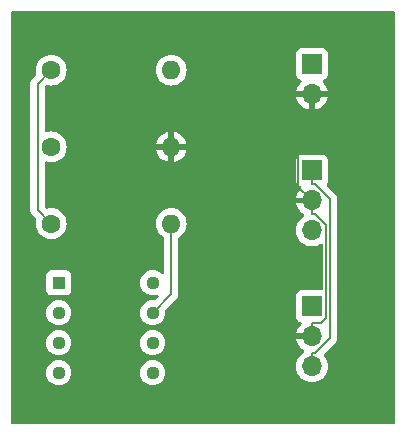
<source format=gbr>
%TF.GenerationSoftware,KiCad,Pcbnew,8.0.8*%
%TF.CreationDate,2025-02-03T10:46:48-05:00*%
%TF.ProjectId,CurrentDriverBoard,43757272-656e-4744-9472-69766572426f,rev?*%
%TF.SameCoordinates,Original*%
%TF.FileFunction,Copper,L1,Top*%
%TF.FilePolarity,Positive*%
%FSLAX46Y46*%
G04 Gerber Fmt 4.6, Leading zero omitted, Abs format (unit mm)*
G04 Created by KiCad (PCBNEW 8.0.8) date 2025-02-03 10:46:48*
%MOMM*%
%LPD*%
G01*
G04 APERTURE LIST*
%TA.AperFunction,ComponentPad*%
%ADD10R,1.700000X1.700000*%
%TD*%
%TA.AperFunction,ComponentPad*%
%ADD11O,1.700000X1.700000*%
%TD*%
%TA.AperFunction,ComponentPad*%
%ADD12C,1.600000*%
%TD*%
%TA.AperFunction,ComponentPad*%
%ADD13O,1.600000X1.600000*%
%TD*%
%TA.AperFunction,ComponentPad*%
%ADD14R,1.130000X1.130000*%
%TD*%
%TA.AperFunction,ComponentPad*%
%ADD15C,1.130000*%
%TD*%
%TA.AperFunction,Conductor*%
%ADD16C,0.200000*%
%TD*%
G04 APERTURE END LIST*
D10*
%TO.P,J1,1,Pin_1*%
%TO.N,Net-(J1-Pin_1)*%
X160500000Y-93000000D03*
D11*
%TO.P,J1,2,Pin_2*%
%TO.N,Earth*%
X160500000Y-95540000D03*
%TO.P,J1,3,Pin_3*%
%TO.N,Net-(J1-Pin_3)*%
X160500000Y-98080000D03*
%TD*%
D12*
%TO.P,R3,1*%
%TO.N,Net-(R1-Pad1)*%
X138420000Y-86000000D03*
D13*
%TO.P,R3,2*%
%TO.N,Net-(U1-+)*%
X148580000Y-86000000D03*
%TD*%
D12*
%TO.P,R2,1*%
%TO.N,Net-(J2-Pin_3)*%
X138420000Y-79500000D03*
D13*
%TO.P,R2,2*%
%TO.N,Earth*%
X148580000Y-79500000D03*
%TD*%
D10*
%TO.P,J2,1,Pin_1*%
%TO.N,Net-(J1-Pin_3)*%
X160500000Y-81500000D03*
D11*
%TO.P,J2,2,Pin_2*%
%TO.N,Earth*%
X160500000Y-84040000D03*
%TO.P,J2,3,Pin_3*%
%TO.N,Net-(J2-Pin_3)*%
X160500000Y-86580000D03*
%TD*%
D12*
%TO.P,R1,1*%
%TO.N,Net-(R1-Pad1)*%
X138420000Y-73000000D03*
D13*
%TO.P,R1,2*%
%TO.N,Net-(J3-Pin_1)*%
X148580000Y-73000000D03*
%TD*%
D10*
%TO.P,J3,1,Pin_1*%
%TO.N,Net-(J3-Pin_1)*%
X160500000Y-72500000D03*
D11*
%TO.P,J3,2,Pin_2*%
%TO.N,Earth*%
X160500000Y-75040000D03*
%TD*%
D14*
%TO.P,U1,1,NULL*%
%TO.N,unconnected-(U1-NULL-Pad1)*%
X139060000Y-91000000D03*
D15*
%TO.P,U1,2,-*%
%TO.N,Net-(J1-Pin_3)*%
X139060000Y-93540000D03*
%TO.P,U1,3,+*%
%TO.N,Net-(U1-+)*%
X139060000Y-96080000D03*
%TO.P,U1,4,V-*%
%TO.N,unconnected-(U1-V--Pad4)*%
X139060000Y-98620000D03*
%TO.P,U1,5,NULL*%
%TO.N,unconnected-(U1-NULL-Pad5)*%
X147000000Y-98620000D03*
%TO.P,U1,6*%
%TO.N,Net-(J1-Pin_1)*%
X147000000Y-96080000D03*
%TO.P,U1,7,V+*%
%TO.N,Net-(U1-+)*%
X147000000Y-93540000D03*
%TO.P,U1,8,NC*%
%TO.N,unconnected-(U1-NC-Pad8)*%
X147000000Y-91000000D03*
%TD*%
D16*
%TO.N,Net-(J1-Pin_3)*%
X160788000Y-96928300D02*
X162053000Y-95662800D01*
X162053000Y-83917100D02*
X160788000Y-82651700D01*
X160500000Y-82651700D02*
X160500000Y-81500000D01*
X162053000Y-95662800D02*
X162053000Y-83917100D01*
X160788000Y-82651700D02*
X160500000Y-82651700D01*
X160500000Y-98080000D02*
X160500000Y-96928300D01*
X160500000Y-96928300D02*
X160788000Y-96928300D01*
%TO.N,Earth*%
X160500000Y-94388300D02*
X160500000Y-95540000D01*
X160500000Y-75040000D02*
X160500000Y-76191700D01*
X160500000Y-76191700D02*
X159335000Y-77356300D01*
X159335000Y-82875400D02*
X160500000Y-84040000D01*
X160768000Y-85191700D02*
X161652000Y-86074900D01*
X160500000Y-84040000D02*
X160500000Y-85191700D01*
X161652000Y-94028400D02*
X161292000Y-94388300D01*
X161292000Y-94388300D02*
X160500000Y-94388300D01*
X160500000Y-85191700D02*
X160768000Y-85191700D01*
X159335000Y-77356300D02*
X159335000Y-82875400D01*
X161652000Y-86074900D02*
X161652000Y-94028400D01*
%TO.N,Net-(R1-Pad1)*%
X137262000Y-84842000D02*
X138420000Y-86000000D01*
X138420000Y-73000000D02*
X137262000Y-74158000D01*
X137262000Y-74158000D02*
X137262000Y-84842000D01*
%TO.N,Net-(U1-+)*%
X148580000Y-91960000D02*
X147000000Y-93540000D01*
X148580000Y-86000000D02*
X148580000Y-91960000D01*
%TD*%
%TA.AperFunction,Conductor*%
%TO.N,Earth*%
G36*
X167442539Y-68020185D02*
G01*
X167488294Y-68072989D01*
X167499500Y-68124500D01*
X167499500Y-102875500D01*
X167479815Y-102942539D01*
X167427011Y-102988294D01*
X167375500Y-102999500D01*
X135124500Y-102999500D01*
X135057461Y-102979815D01*
X135011706Y-102927011D01*
X135000500Y-102875500D01*
X135000500Y-98620000D01*
X137989345Y-98620000D01*
X138009917Y-98828876D01*
X138070844Y-99029723D01*
X138169779Y-99214818D01*
X138169783Y-99214825D01*
X138302932Y-99377067D01*
X138465174Y-99510216D01*
X138465181Y-99510220D01*
X138650276Y-99609155D01*
X138650278Y-99609156D01*
X138851126Y-99670083D01*
X139060000Y-99690655D01*
X139268874Y-99670083D01*
X139469722Y-99609156D01*
X139654824Y-99510217D01*
X139817067Y-99377067D01*
X139950217Y-99214824D01*
X140049156Y-99029722D01*
X140110083Y-98828874D01*
X140130655Y-98620000D01*
X145929345Y-98620000D01*
X145949917Y-98828876D01*
X146010844Y-99029723D01*
X146109779Y-99214818D01*
X146109783Y-99214825D01*
X146242932Y-99377067D01*
X146405174Y-99510216D01*
X146405181Y-99510220D01*
X146590276Y-99609155D01*
X146590278Y-99609156D01*
X146791126Y-99670083D01*
X147000000Y-99690655D01*
X147208874Y-99670083D01*
X147409722Y-99609156D01*
X147594824Y-99510217D01*
X147757067Y-99377067D01*
X147890217Y-99214824D01*
X147989156Y-99029722D01*
X148050083Y-98828874D01*
X148070655Y-98620000D01*
X148050083Y-98411126D01*
X147989156Y-98210278D01*
X147919521Y-98080000D01*
X147890220Y-98025181D01*
X147890216Y-98025174D01*
X147757067Y-97862932D01*
X147594825Y-97729783D01*
X147594818Y-97729779D01*
X147409723Y-97630844D01*
X147208876Y-97569917D01*
X147000000Y-97549345D01*
X146791123Y-97569917D01*
X146590276Y-97630844D01*
X146405181Y-97729779D01*
X146405174Y-97729783D01*
X146242932Y-97862932D01*
X146109783Y-98025174D01*
X146109779Y-98025181D01*
X146010844Y-98210276D01*
X145949917Y-98411123D01*
X145929345Y-98620000D01*
X140130655Y-98620000D01*
X140110083Y-98411126D01*
X140049156Y-98210278D01*
X139979521Y-98080000D01*
X139950220Y-98025181D01*
X139950216Y-98025174D01*
X139817067Y-97862932D01*
X139654825Y-97729783D01*
X139654818Y-97729779D01*
X139469723Y-97630844D01*
X139268876Y-97569917D01*
X139060000Y-97549345D01*
X138851123Y-97569917D01*
X138650276Y-97630844D01*
X138465181Y-97729779D01*
X138465174Y-97729783D01*
X138302932Y-97862932D01*
X138169783Y-98025174D01*
X138169779Y-98025181D01*
X138070844Y-98210276D01*
X138009917Y-98411123D01*
X137989345Y-98620000D01*
X135000500Y-98620000D01*
X135000500Y-96080000D01*
X137989345Y-96080000D01*
X138009917Y-96288876D01*
X138070844Y-96489723D01*
X138169779Y-96674818D01*
X138169783Y-96674825D01*
X138302932Y-96837067D01*
X138465174Y-96970216D01*
X138465181Y-96970220D01*
X138598552Y-97041508D01*
X138650278Y-97069156D01*
X138851126Y-97130083D01*
X139060000Y-97150655D01*
X139268874Y-97130083D01*
X139469722Y-97069156D01*
X139654824Y-96970217D01*
X139817067Y-96837067D01*
X139950217Y-96674824D01*
X140049156Y-96489722D01*
X140110083Y-96288874D01*
X140130655Y-96080000D01*
X145929345Y-96080000D01*
X145949917Y-96288876D01*
X146010844Y-96489723D01*
X146109779Y-96674818D01*
X146109783Y-96674825D01*
X146242932Y-96837067D01*
X146405174Y-96970216D01*
X146405181Y-96970220D01*
X146538552Y-97041508D01*
X146590278Y-97069156D01*
X146791126Y-97130083D01*
X147000000Y-97150655D01*
X147208874Y-97130083D01*
X147409722Y-97069156D01*
X147594824Y-96970217D01*
X147757067Y-96837067D01*
X147890217Y-96674824D01*
X147989156Y-96489722D01*
X148050083Y-96288874D01*
X148070655Y-96080000D01*
X148050083Y-95871126D01*
X147989156Y-95670278D01*
X147890217Y-95485176D01*
X147890216Y-95485174D01*
X147757067Y-95322932D01*
X147594825Y-95189783D01*
X147594818Y-95189779D01*
X147409723Y-95090844D01*
X147208876Y-95029917D01*
X147000000Y-95009345D01*
X146791123Y-95029917D01*
X146590276Y-95090844D01*
X146405181Y-95189779D01*
X146405174Y-95189783D01*
X146242932Y-95322932D01*
X146109783Y-95485174D01*
X146109779Y-95485181D01*
X146010844Y-95670276D01*
X145949917Y-95871123D01*
X145929345Y-96080000D01*
X140130655Y-96080000D01*
X140110083Y-95871126D01*
X140049156Y-95670278D01*
X139950217Y-95485176D01*
X139950216Y-95485174D01*
X139817067Y-95322932D01*
X139654825Y-95189783D01*
X139654818Y-95189779D01*
X139469723Y-95090844D01*
X139268876Y-95029917D01*
X139060000Y-95009345D01*
X138851123Y-95029917D01*
X138650276Y-95090844D01*
X138465181Y-95189779D01*
X138465174Y-95189783D01*
X138302932Y-95322932D01*
X138169783Y-95485174D01*
X138169779Y-95485181D01*
X138070844Y-95670276D01*
X138009917Y-95871123D01*
X137989345Y-96080000D01*
X135000500Y-96080000D01*
X135000500Y-93540000D01*
X137989345Y-93540000D01*
X138009917Y-93748876D01*
X138070844Y-93949723D01*
X138169779Y-94134818D01*
X138169783Y-94134825D01*
X138302932Y-94297067D01*
X138465174Y-94430216D01*
X138465181Y-94430220D01*
X138630548Y-94518610D01*
X138650278Y-94529156D01*
X138851126Y-94590083D01*
X139060000Y-94610655D01*
X139268874Y-94590083D01*
X139469722Y-94529156D01*
X139654824Y-94430217D01*
X139817067Y-94297067D01*
X139950217Y-94134824D01*
X140049156Y-93949722D01*
X140110083Y-93748874D01*
X140130655Y-93540000D01*
X140110083Y-93331126D01*
X140049156Y-93130278D01*
X139950217Y-92945176D01*
X139950216Y-92945174D01*
X139817067Y-92782932D01*
X139654825Y-92649783D01*
X139654818Y-92649779D01*
X139469723Y-92550844D01*
X139268876Y-92489917D01*
X139060000Y-92469345D01*
X138851123Y-92489917D01*
X138650276Y-92550844D01*
X138465181Y-92649779D01*
X138465174Y-92649783D01*
X138302932Y-92782932D01*
X138169783Y-92945174D01*
X138169779Y-92945181D01*
X138070844Y-93130276D01*
X138009917Y-93331123D01*
X137989345Y-93540000D01*
X135000500Y-93540000D01*
X135000500Y-90387135D01*
X137994500Y-90387135D01*
X137994500Y-91612870D01*
X137994501Y-91612876D01*
X138000908Y-91672483D01*
X138051202Y-91807328D01*
X138051206Y-91807335D01*
X138137452Y-91922544D01*
X138137455Y-91922547D01*
X138252664Y-92008793D01*
X138252671Y-92008797D01*
X138387517Y-92059091D01*
X138387516Y-92059091D01*
X138394444Y-92059835D01*
X138447127Y-92065500D01*
X139672872Y-92065499D01*
X139732483Y-92059091D01*
X139867331Y-92008796D01*
X139982546Y-91922546D01*
X140068796Y-91807331D01*
X140119091Y-91672483D01*
X140125500Y-91612873D01*
X140125499Y-91000000D01*
X145929345Y-91000000D01*
X145949917Y-91208876D01*
X146010844Y-91409723D01*
X146109779Y-91594818D01*
X146109783Y-91594825D01*
X146242932Y-91757067D01*
X146405174Y-91890216D01*
X146405181Y-91890220D01*
X146465659Y-91922546D01*
X146590278Y-91989156D01*
X146791126Y-92050083D01*
X147000000Y-92070655D01*
X147208874Y-92050083D01*
X147354986Y-92005759D01*
X147424852Y-92005136D01*
X147483965Y-92042383D01*
X147513556Y-92105677D01*
X147504231Y-92174922D01*
X147478662Y-92212101D01*
X147243037Y-92447726D01*
X147181714Y-92481211D01*
X147143203Y-92483448D01*
X147000000Y-92469345D01*
X146791123Y-92489917D01*
X146590276Y-92550844D01*
X146405181Y-92649779D01*
X146405174Y-92649783D01*
X146242932Y-92782932D01*
X146109783Y-92945174D01*
X146109779Y-92945181D01*
X146010844Y-93130276D01*
X145949917Y-93331123D01*
X145929345Y-93540000D01*
X145949917Y-93748876D01*
X146010844Y-93949723D01*
X146109779Y-94134818D01*
X146109783Y-94134825D01*
X146242932Y-94297067D01*
X146405174Y-94430216D01*
X146405181Y-94430220D01*
X146570548Y-94518610D01*
X146590278Y-94529156D01*
X146791126Y-94590083D01*
X147000000Y-94610655D01*
X147208874Y-94590083D01*
X147409722Y-94529156D01*
X147594824Y-94430217D01*
X147757067Y-94297067D01*
X147890217Y-94134824D01*
X147989156Y-93949722D01*
X148050083Y-93748874D01*
X148070655Y-93540000D01*
X148056550Y-93396795D01*
X148069569Y-93328150D01*
X148092269Y-93296964D01*
X148938506Y-92450728D01*
X148938511Y-92450724D01*
X148948714Y-92440520D01*
X148948716Y-92440520D01*
X149060520Y-92328716D01*
X149139577Y-92191784D01*
X149180500Y-92039057D01*
X149180500Y-87231692D01*
X149200185Y-87164653D01*
X149233374Y-87130119D01*
X149419139Y-87000047D01*
X149580047Y-86839139D01*
X149710568Y-86652734D01*
X149744485Y-86579999D01*
X159144341Y-86579999D01*
X159144341Y-86580000D01*
X159164936Y-86815403D01*
X159164938Y-86815413D01*
X159226094Y-87043655D01*
X159226096Y-87043659D01*
X159226097Y-87043663D01*
X159282516Y-87164653D01*
X159325965Y-87257830D01*
X159325967Y-87257834D01*
X159434281Y-87412521D01*
X159461505Y-87451401D01*
X159628599Y-87618495D01*
X159710736Y-87676008D01*
X159822165Y-87754032D01*
X159822167Y-87754033D01*
X159822170Y-87754035D01*
X160036337Y-87853903D01*
X160264592Y-87915063D01*
X160452918Y-87931539D01*
X160499999Y-87935659D01*
X160500000Y-87935659D01*
X160500001Y-87935659D01*
X160539234Y-87932226D01*
X160735408Y-87915063D01*
X160963663Y-87853903D01*
X161177830Y-87754035D01*
X161257376Y-87698335D01*
X161323582Y-87676008D01*
X161391349Y-87693018D01*
X161439163Y-87743965D01*
X161452500Y-87799910D01*
X161452500Y-91525500D01*
X161432815Y-91592539D01*
X161380011Y-91638294D01*
X161328500Y-91649500D01*
X159602129Y-91649500D01*
X159602123Y-91649501D01*
X159542516Y-91655908D01*
X159407671Y-91706202D01*
X159407664Y-91706206D01*
X159292455Y-91792452D01*
X159292452Y-91792455D01*
X159206206Y-91907664D01*
X159206202Y-91907671D01*
X159155908Y-92042517D01*
X159149501Y-92102116D01*
X159149500Y-92102135D01*
X159149500Y-93897870D01*
X159149501Y-93897876D01*
X159155908Y-93957483D01*
X159206202Y-94092328D01*
X159206206Y-94092335D01*
X159292452Y-94207544D01*
X159292455Y-94207547D01*
X159407664Y-94293793D01*
X159407671Y-94293797D01*
X159469902Y-94317007D01*
X159539598Y-94343002D01*
X159595531Y-94384873D01*
X159619949Y-94450337D01*
X159605098Y-94518610D01*
X159583947Y-94546865D01*
X159461886Y-94668926D01*
X159326400Y-94862420D01*
X159326399Y-94862422D01*
X159226570Y-95076507D01*
X159226567Y-95076513D01*
X159169364Y-95289999D01*
X159169364Y-95290000D01*
X160066988Y-95290000D01*
X160034075Y-95347007D01*
X160000000Y-95474174D01*
X160000000Y-95605826D01*
X160034075Y-95732993D01*
X160066988Y-95790000D01*
X159169364Y-95790000D01*
X159226567Y-96003486D01*
X159226570Y-96003492D01*
X159326399Y-96217578D01*
X159461894Y-96411082D01*
X159628917Y-96578105D01*
X159814595Y-96708119D01*
X159858219Y-96762696D01*
X159865412Y-96832195D01*
X159833890Y-96894549D01*
X159814595Y-96911269D01*
X159628594Y-97041508D01*
X159461505Y-97208597D01*
X159325965Y-97402169D01*
X159325964Y-97402171D01*
X159226098Y-97616335D01*
X159226094Y-97616344D01*
X159164938Y-97844586D01*
X159164936Y-97844596D01*
X159144341Y-98079999D01*
X159144341Y-98080000D01*
X159164936Y-98315403D01*
X159164938Y-98315413D01*
X159226094Y-98543655D01*
X159226096Y-98543659D01*
X159226097Y-98543663D01*
X159261694Y-98620000D01*
X159325965Y-98757830D01*
X159325967Y-98757834D01*
X159375712Y-98828876D01*
X159461505Y-98951401D01*
X159628599Y-99118495D01*
X159725384Y-99186265D01*
X159822165Y-99254032D01*
X159822167Y-99254033D01*
X159822170Y-99254035D01*
X160036337Y-99353903D01*
X160264592Y-99415063D01*
X160452918Y-99431539D01*
X160499999Y-99435659D01*
X160500000Y-99435659D01*
X160500001Y-99435659D01*
X160539234Y-99432226D01*
X160735408Y-99415063D01*
X160963663Y-99353903D01*
X161177830Y-99254035D01*
X161371401Y-99118495D01*
X161538495Y-98951401D01*
X161674035Y-98757830D01*
X161773903Y-98543663D01*
X161835063Y-98315408D01*
X161855659Y-98080000D01*
X161835063Y-97844592D01*
X161773903Y-97616337D01*
X161674035Y-97402171D01*
X161538495Y-97208599D01*
X161538494Y-97208597D01*
X161535333Y-97205436D01*
X161501848Y-97144113D01*
X161506832Y-97074421D01*
X161535312Y-97030094D01*
X162475382Y-96089653D01*
X162475385Y-96089656D01*
X162475397Y-96089637D01*
X162533520Y-96031516D01*
X162533522Y-96031511D01*
X162533537Y-96031497D01*
X162533579Y-96031442D01*
X162533589Y-96031422D01*
X162533592Y-96031421D01*
X162555437Y-95993566D01*
X162572689Y-95963672D01*
X162572700Y-95963652D01*
X162586298Y-95940099D01*
X162612577Y-95894584D01*
X162612579Y-95894577D01*
X162612617Y-95894483D01*
X162612623Y-95894474D01*
X162625331Y-95847007D01*
X162633647Y-95815948D01*
X162633652Y-95815949D01*
X162633652Y-95815923D01*
X162653500Y-95741857D01*
X162653500Y-95741847D01*
X162653514Y-95741746D01*
X162653516Y-95741739D01*
X162653500Y-95660131D01*
X162653500Y-83920357D01*
X162653513Y-83838138D01*
X162653510Y-83838128D01*
X162653500Y-83838045D01*
X162653500Y-83838043D01*
X162633034Y-83761664D01*
X162612613Y-83685404D01*
X162612611Y-83685400D01*
X162612605Y-83685378D01*
X162612584Y-83685328D01*
X162572160Y-83615310D01*
X162572150Y-83615294D01*
X162549768Y-83576513D01*
X162533578Y-83548460D01*
X162533574Y-83548456D01*
X162533523Y-83548389D01*
X162533520Y-83548384D01*
X162476607Y-83491471D01*
X161777238Y-82791882D01*
X161743764Y-82730555D01*
X161748759Y-82660864D01*
X161765663Y-82629910D01*
X161793796Y-82592331D01*
X161844091Y-82457483D01*
X161850500Y-82397873D01*
X161850499Y-80602128D01*
X161844091Y-80542517D01*
X161828105Y-80499657D01*
X161793797Y-80407671D01*
X161793793Y-80407664D01*
X161707547Y-80292455D01*
X161707544Y-80292452D01*
X161592335Y-80206206D01*
X161592328Y-80206202D01*
X161457482Y-80155908D01*
X161457483Y-80155908D01*
X161397883Y-80149501D01*
X161397881Y-80149500D01*
X161397873Y-80149500D01*
X161397864Y-80149500D01*
X159602129Y-80149500D01*
X159602123Y-80149501D01*
X159542516Y-80155908D01*
X159407671Y-80206202D01*
X159407664Y-80206206D01*
X159292455Y-80292452D01*
X159292452Y-80292455D01*
X159206206Y-80407664D01*
X159206202Y-80407671D01*
X159155908Y-80542517D01*
X159149501Y-80602116D01*
X159149501Y-80602123D01*
X159149500Y-80602135D01*
X159149500Y-82397870D01*
X159149501Y-82397876D01*
X159155908Y-82457483D01*
X159206202Y-82592328D01*
X159206206Y-82592335D01*
X159292452Y-82707544D01*
X159292455Y-82707547D01*
X159407664Y-82793793D01*
X159407671Y-82793797D01*
X159469902Y-82817007D01*
X159539598Y-82843002D01*
X159595531Y-82884873D01*
X159619949Y-82950337D01*
X159605098Y-83018610D01*
X159583947Y-83046865D01*
X159461886Y-83168926D01*
X159326400Y-83362420D01*
X159326399Y-83362422D01*
X159226570Y-83576507D01*
X159226567Y-83576513D01*
X159169364Y-83789999D01*
X159169364Y-83790000D01*
X160066988Y-83790000D01*
X160034075Y-83847007D01*
X160000000Y-83974174D01*
X160000000Y-84105826D01*
X160034075Y-84232993D01*
X160066988Y-84290000D01*
X159169364Y-84290000D01*
X159226567Y-84503486D01*
X159226570Y-84503492D01*
X159326399Y-84717578D01*
X159461894Y-84911082D01*
X159628917Y-85078105D01*
X159814595Y-85208119D01*
X159858219Y-85262696D01*
X159865412Y-85332195D01*
X159833890Y-85394549D01*
X159814595Y-85411269D01*
X159628594Y-85541508D01*
X159461505Y-85708597D01*
X159325965Y-85902169D01*
X159325964Y-85902171D01*
X159226098Y-86116335D01*
X159226094Y-86116344D01*
X159164938Y-86344586D01*
X159164936Y-86344596D01*
X159144341Y-86579999D01*
X149744485Y-86579999D01*
X149806739Y-86446496D01*
X149865635Y-86226692D01*
X149885468Y-86000000D01*
X149865635Y-85773308D01*
X149806739Y-85553504D01*
X149710568Y-85347266D01*
X149580047Y-85160861D01*
X149580045Y-85160858D01*
X149419141Y-84999954D01*
X149232734Y-84869432D01*
X149232732Y-84869431D01*
X149026497Y-84773261D01*
X149026488Y-84773258D01*
X148806697Y-84714366D01*
X148806693Y-84714365D01*
X148806692Y-84714365D01*
X148806691Y-84714364D01*
X148806686Y-84714364D01*
X148580002Y-84694532D01*
X148579998Y-84694532D01*
X148353313Y-84714364D01*
X148353302Y-84714366D01*
X148133511Y-84773258D01*
X148133502Y-84773261D01*
X147927267Y-84869431D01*
X147927265Y-84869432D01*
X147740858Y-84999954D01*
X147579954Y-85160858D01*
X147449432Y-85347265D01*
X147449431Y-85347267D01*
X147353261Y-85553502D01*
X147353258Y-85553511D01*
X147294366Y-85773302D01*
X147294364Y-85773313D01*
X147274532Y-85999998D01*
X147274532Y-86000001D01*
X147294364Y-86226686D01*
X147294366Y-86226697D01*
X147353258Y-86446488D01*
X147353261Y-86446497D01*
X147449431Y-86652732D01*
X147449432Y-86652734D01*
X147579954Y-86839141D01*
X147740858Y-87000045D01*
X147740861Y-87000047D01*
X147926624Y-87130118D01*
X147970248Y-87184693D01*
X147979500Y-87231692D01*
X147979500Y-90167411D01*
X147959815Y-90234450D01*
X147907011Y-90280205D01*
X147837853Y-90290149D01*
X147774297Y-90261124D01*
X147759647Y-90246076D01*
X147757067Y-90242932D01*
X147594825Y-90109783D01*
X147594818Y-90109779D01*
X147409723Y-90010844D01*
X147208876Y-89949917D01*
X147000000Y-89929345D01*
X146791123Y-89949917D01*
X146590276Y-90010844D01*
X146405181Y-90109779D01*
X146405174Y-90109783D01*
X146242932Y-90242932D01*
X146109783Y-90405174D01*
X146109779Y-90405181D01*
X146010844Y-90590276D01*
X145949917Y-90791123D01*
X145929345Y-91000000D01*
X140125499Y-91000000D01*
X140125499Y-90387128D01*
X140119091Y-90327517D01*
X140087543Y-90242933D01*
X140068797Y-90192671D01*
X140068793Y-90192664D01*
X139982547Y-90077455D01*
X139982544Y-90077452D01*
X139867335Y-89991206D01*
X139867328Y-89991202D01*
X139732482Y-89940908D01*
X139732483Y-89940908D01*
X139672883Y-89934501D01*
X139672881Y-89934500D01*
X139672873Y-89934500D01*
X139672864Y-89934500D01*
X138447129Y-89934500D01*
X138447123Y-89934501D01*
X138387516Y-89940908D01*
X138252671Y-89991202D01*
X138252664Y-89991206D01*
X138137455Y-90077452D01*
X138137452Y-90077455D01*
X138051206Y-90192664D01*
X138051202Y-90192671D01*
X138000908Y-90327517D01*
X137994501Y-90387116D01*
X137994501Y-90387123D01*
X137994500Y-90387135D01*
X135000500Y-90387135D01*
X135000500Y-84921054D01*
X136661498Y-84921054D01*
X136702423Y-85073786D01*
X136717268Y-85099496D01*
X136717269Y-85099501D01*
X136717271Y-85099501D01*
X136779981Y-85208119D01*
X136781479Y-85210714D01*
X136781481Y-85210717D01*
X136900349Y-85329585D01*
X136900355Y-85329590D01*
X137128058Y-85557293D01*
X137161543Y-85618616D01*
X137160152Y-85677067D01*
X137134366Y-85773302D01*
X137134364Y-85773313D01*
X137114532Y-85999998D01*
X137114532Y-86000001D01*
X137134364Y-86226686D01*
X137134366Y-86226697D01*
X137193258Y-86446488D01*
X137193261Y-86446497D01*
X137289431Y-86652732D01*
X137289432Y-86652734D01*
X137419954Y-86839141D01*
X137580858Y-87000045D01*
X137580861Y-87000047D01*
X137767266Y-87130568D01*
X137973504Y-87226739D01*
X138193308Y-87285635D01*
X138355230Y-87299801D01*
X138419998Y-87305468D01*
X138420000Y-87305468D01*
X138420002Y-87305468D01*
X138476673Y-87300509D01*
X138646692Y-87285635D01*
X138866496Y-87226739D01*
X139072734Y-87130568D01*
X139259139Y-87000047D01*
X139420047Y-86839139D01*
X139550568Y-86652734D01*
X139646739Y-86446496D01*
X139705635Y-86226692D01*
X139725468Y-86000000D01*
X139705635Y-85773308D01*
X139646739Y-85553504D01*
X139550568Y-85347266D01*
X139420047Y-85160861D01*
X139420045Y-85160858D01*
X139259141Y-84999954D01*
X139072734Y-84869432D01*
X139072732Y-84869431D01*
X138866497Y-84773261D01*
X138866488Y-84773258D01*
X138646697Y-84714366D01*
X138646693Y-84714365D01*
X138646692Y-84714365D01*
X138646691Y-84714364D01*
X138646686Y-84714364D01*
X138420002Y-84694532D01*
X138419998Y-84694532D01*
X138193313Y-84714364D01*
X138193302Y-84714366D01*
X138097067Y-84740152D01*
X138027217Y-84738489D01*
X137977293Y-84708058D01*
X137898819Y-84629584D01*
X137865334Y-84568261D01*
X137862500Y-84541903D01*
X137862500Y-80858595D01*
X137882185Y-80791556D01*
X137934989Y-80745801D01*
X138004147Y-80735857D01*
X138018581Y-80738817D01*
X138193308Y-80785635D01*
X138355230Y-80799801D01*
X138419998Y-80805468D01*
X138420000Y-80805468D01*
X138420002Y-80805468D01*
X138476673Y-80800509D01*
X138646692Y-80785635D01*
X138866496Y-80726739D01*
X139072734Y-80630568D01*
X139259139Y-80500047D01*
X139420047Y-80339139D01*
X139550568Y-80152734D01*
X139646739Y-79946496D01*
X139705635Y-79726692D01*
X139725468Y-79500000D01*
X139705635Y-79273308D01*
X139699389Y-79249999D01*
X147301127Y-79249999D01*
X147301128Y-79250000D01*
X148264314Y-79250000D01*
X148259920Y-79254394D01*
X148207259Y-79345606D01*
X148180000Y-79447339D01*
X148180000Y-79552661D01*
X148207259Y-79654394D01*
X148259920Y-79745606D01*
X148264314Y-79750000D01*
X147301128Y-79750000D01*
X147353730Y-79946317D01*
X147353734Y-79946326D01*
X147449865Y-80152482D01*
X147580342Y-80338820D01*
X147741179Y-80499657D01*
X147927517Y-80630134D01*
X148133673Y-80726265D01*
X148133682Y-80726269D01*
X148329999Y-80778872D01*
X148330000Y-80778871D01*
X148330000Y-79815686D01*
X148334394Y-79820080D01*
X148425606Y-79872741D01*
X148527339Y-79900000D01*
X148632661Y-79900000D01*
X148734394Y-79872741D01*
X148825606Y-79820080D01*
X148830000Y-79815686D01*
X148830000Y-80778872D01*
X149026317Y-80726269D01*
X149026326Y-80726265D01*
X149232482Y-80630134D01*
X149418820Y-80499657D01*
X149579657Y-80338820D01*
X149710134Y-80152482D01*
X149806265Y-79946326D01*
X149806269Y-79946317D01*
X149858872Y-79750000D01*
X148895686Y-79750000D01*
X148900080Y-79745606D01*
X148952741Y-79654394D01*
X148980000Y-79552661D01*
X148980000Y-79447339D01*
X148952741Y-79345606D01*
X148900080Y-79254394D01*
X148895686Y-79250000D01*
X149858872Y-79250000D01*
X149858872Y-79249999D01*
X149806269Y-79053682D01*
X149806265Y-79053673D01*
X149710134Y-78847517D01*
X149579657Y-78661179D01*
X149418820Y-78500342D01*
X149232482Y-78369865D01*
X149026328Y-78273734D01*
X148830000Y-78221127D01*
X148830000Y-79184314D01*
X148825606Y-79179920D01*
X148734394Y-79127259D01*
X148632661Y-79100000D01*
X148527339Y-79100000D01*
X148425606Y-79127259D01*
X148334394Y-79179920D01*
X148330000Y-79184314D01*
X148330000Y-78221127D01*
X148133671Y-78273734D01*
X147927517Y-78369865D01*
X147741179Y-78500342D01*
X147580342Y-78661179D01*
X147449865Y-78847517D01*
X147353734Y-79053673D01*
X147353730Y-79053682D01*
X147301127Y-79249999D01*
X139699389Y-79249999D01*
X139646739Y-79053504D01*
X139550568Y-78847266D01*
X139420047Y-78660861D01*
X139420045Y-78660858D01*
X139259141Y-78499954D01*
X139072734Y-78369432D01*
X139072732Y-78369431D01*
X138866497Y-78273261D01*
X138866488Y-78273258D01*
X138646697Y-78214366D01*
X138646693Y-78214365D01*
X138646692Y-78214365D01*
X138646691Y-78214364D01*
X138646686Y-78214364D01*
X138420002Y-78194532D01*
X138419998Y-78194532D01*
X138193313Y-78214364D01*
X138193302Y-78214366D01*
X138018593Y-78261179D01*
X137948743Y-78259516D01*
X137890881Y-78220353D01*
X137863377Y-78156125D01*
X137862500Y-78141404D01*
X137862500Y-74458097D01*
X137882185Y-74391058D01*
X137898814Y-74370420D01*
X137977294Y-74291939D01*
X138038615Y-74258456D01*
X138097066Y-74259846D01*
X138193308Y-74285635D01*
X138355230Y-74299801D01*
X138419998Y-74305468D01*
X138420000Y-74305468D01*
X138420002Y-74305468D01*
X138476673Y-74300509D01*
X138646692Y-74285635D01*
X138866496Y-74226739D01*
X139072734Y-74130568D01*
X139259139Y-74000047D01*
X139420047Y-73839139D01*
X139550568Y-73652734D01*
X139646739Y-73446496D01*
X139705635Y-73226692D01*
X139725468Y-73000000D01*
X139725468Y-72999998D01*
X147274532Y-72999998D01*
X147274532Y-73000001D01*
X147294364Y-73226686D01*
X147294366Y-73226697D01*
X147353258Y-73446488D01*
X147353261Y-73446497D01*
X147449431Y-73652732D01*
X147449432Y-73652734D01*
X147579954Y-73839141D01*
X147740858Y-74000045D01*
X147740861Y-74000047D01*
X147927266Y-74130568D01*
X148133504Y-74226739D01*
X148353308Y-74285635D01*
X148515230Y-74299801D01*
X148579998Y-74305468D01*
X148580000Y-74305468D01*
X148580002Y-74305468D01*
X148636673Y-74300509D01*
X148806692Y-74285635D01*
X149026496Y-74226739D01*
X149232734Y-74130568D01*
X149419139Y-74000047D01*
X149580047Y-73839139D01*
X149710568Y-73652734D01*
X149806739Y-73446496D01*
X149865635Y-73226692D01*
X149885468Y-73000000D01*
X149865635Y-72773308D01*
X149806739Y-72553504D01*
X149710568Y-72347266D01*
X149580047Y-72160861D01*
X149580045Y-72160858D01*
X149419141Y-71999954D01*
X149232734Y-71869432D01*
X149232732Y-71869431D01*
X149026497Y-71773261D01*
X149026488Y-71773258D01*
X148806697Y-71714366D01*
X148806693Y-71714365D01*
X148806692Y-71714365D01*
X148806691Y-71714364D01*
X148806686Y-71714364D01*
X148580002Y-71694532D01*
X148579998Y-71694532D01*
X148353313Y-71714364D01*
X148353302Y-71714366D01*
X148133511Y-71773258D01*
X148133502Y-71773261D01*
X147927267Y-71869431D01*
X147927265Y-71869432D01*
X147740858Y-71999954D01*
X147579954Y-72160858D01*
X147449432Y-72347265D01*
X147449431Y-72347267D01*
X147353261Y-72553502D01*
X147353258Y-72553511D01*
X147294366Y-72773302D01*
X147294364Y-72773313D01*
X147274532Y-72999998D01*
X139725468Y-72999998D01*
X139705635Y-72773308D01*
X139646739Y-72553504D01*
X139550568Y-72347266D01*
X139420047Y-72160861D01*
X139420045Y-72160858D01*
X139259141Y-71999954D01*
X139072734Y-71869432D01*
X139072732Y-71869431D01*
X138866497Y-71773261D01*
X138866488Y-71773258D01*
X138646697Y-71714366D01*
X138646693Y-71714365D01*
X138646692Y-71714365D01*
X138646691Y-71714364D01*
X138646686Y-71714364D01*
X138420002Y-71694532D01*
X138419998Y-71694532D01*
X138193313Y-71714364D01*
X138193302Y-71714366D01*
X137973511Y-71773258D01*
X137973502Y-71773261D01*
X137767267Y-71869431D01*
X137767265Y-71869432D01*
X137580858Y-71999954D01*
X137419954Y-72160858D01*
X137289432Y-72347265D01*
X137289431Y-72347267D01*
X137193261Y-72553502D01*
X137193258Y-72553511D01*
X137134366Y-72773302D01*
X137134364Y-72773313D01*
X137114532Y-72999998D01*
X137114532Y-73000001D01*
X137134364Y-73226686D01*
X137134366Y-73226697D01*
X137160152Y-73322931D01*
X137158489Y-73392781D01*
X137128058Y-73442705D01*
X136893286Y-73677478D01*
X136781481Y-73789282D01*
X136781475Y-73789290D01*
X136737250Y-73865892D01*
X136737250Y-73865893D01*
X136702423Y-73926214D01*
X136702423Y-73926215D01*
X136661499Y-74078943D01*
X136661499Y-74078945D01*
X136661499Y-74247046D01*
X136661500Y-74247059D01*
X136661500Y-84755330D01*
X136661499Y-84755348D01*
X136661499Y-84921054D01*
X136661498Y-84921054D01*
X135000500Y-84921054D01*
X135000500Y-71602135D01*
X159149500Y-71602135D01*
X159149500Y-73397870D01*
X159149501Y-73397876D01*
X159155908Y-73457483D01*
X159206202Y-73592328D01*
X159206206Y-73592335D01*
X159292452Y-73707544D01*
X159292455Y-73707547D01*
X159407664Y-73793793D01*
X159407671Y-73793797D01*
X159407674Y-73793798D01*
X159539598Y-73843002D01*
X159595531Y-73884873D01*
X159619949Y-73950337D01*
X159605098Y-74018610D01*
X159583947Y-74046865D01*
X159461886Y-74168926D01*
X159326400Y-74362420D01*
X159326399Y-74362422D01*
X159226570Y-74576507D01*
X159226567Y-74576513D01*
X159169364Y-74789999D01*
X159169364Y-74790000D01*
X160066988Y-74790000D01*
X160034075Y-74847007D01*
X160000000Y-74974174D01*
X160000000Y-75105826D01*
X160034075Y-75232993D01*
X160066988Y-75290000D01*
X159169364Y-75290000D01*
X159226567Y-75503486D01*
X159226570Y-75503492D01*
X159326399Y-75717578D01*
X159461894Y-75911082D01*
X159628917Y-76078105D01*
X159822421Y-76213600D01*
X160036507Y-76313429D01*
X160036516Y-76313433D01*
X160250000Y-76370634D01*
X160250000Y-75473012D01*
X160307007Y-75505925D01*
X160434174Y-75540000D01*
X160565826Y-75540000D01*
X160692993Y-75505925D01*
X160750000Y-75473012D01*
X160750000Y-76370633D01*
X160963483Y-76313433D01*
X160963492Y-76313429D01*
X161177578Y-76213600D01*
X161371082Y-76078105D01*
X161538105Y-75911082D01*
X161673600Y-75717578D01*
X161773429Y-75503492D01*
X161773432Y-75503486D01*
X161830636Y-75290000D01*
X160933012Y-75290000D01*
X160965925Y-75232993D01*
X161000000Y-75105826D01*
X161000000Y-74974174D01*
X160965925Y-74847007D01*
X160933012Y-74790000D01*
X161830636Y-74790000D01*
X161830635Y-74789999D01*
X161773432Y-74576513D01*
X161773429Y-74576507D01*
X161673600Y-74362422D01*
X161673599Y-74362420D01*
X161538113Y-74168926D01*
X161538108Y-74168920D01*
X161416053Y-74046865D01*
X161382568Y-73985542D01*
X161387552Y-73915850D01*
X161429424Y-73859917D01*
X161460400Y-73843002D01*
X161592331Y-73793796D01*
X161707546Y-73707546D01*
X161793796Y-73592331D01*
X161844091Y-73457483D01*
X161850500Y-73397873D01*
X161850499Y-71602128D01*
X161844091Y-71542517D01*
X161793796Y-71407669D01*
X161793795Y-71407668D01*
X161793793Y-71407664D01*
X161707547Y-71292455D01*
X161707544Y-71292452D01*
X161592335Y-71206206D01*
X161592328Y-71206202D01*
X161457482Y-71155908D01*
X161457483Y-71155908D01*
X161397883Y-71149501D01*
X161397881Y-71149500D01*
X161397873Y-71149500D01*
X161397864Y-71149500D01*
X159602129Y-71149500D01*
X159602123Y-71149501D01*
X159542516Y-71155908D01*
X159407671Y-71206202D01*
X159407664Y-71206206D01*
X159292455Y-71292452D01*
X159292452Y-71292455D01*
X159206206Y-71407664D01*
X159206202Y-71407671D01*
X159155908Y-71542517D01*
X159149501Y-71602116D01*
X159149501Y-71602123D01*
X159149500Y-71602135D01*
X135000500Y-71602135D01*
X135000500Y-68124500D01*
X135020185Y-68057461D01*
X135072989Y-68011706D01*
X135124500Y-68000500D01*
X167375500Y-68000500D01*
X167442539Y-68020185D01*
G37*
%TD.AperFunction*%
%TD*%
M02*

</source>
